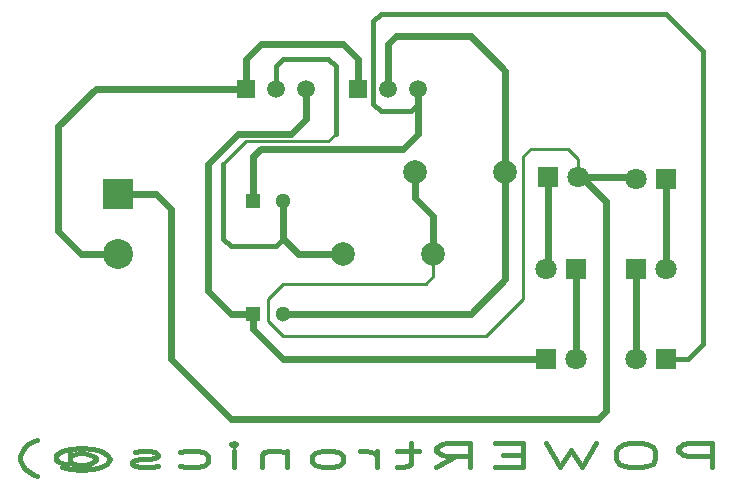
<source format=gbr>
G04 #@! TF.FileFunction,Copper,L2,Bot,Signal*
%FSLAX46Y46*%
G04 Gerber Fmt 4.6, Leading zero omitted, Abs format (unit mm)*
G04 Created by KiCad (PCBNEW 4.0.5) date 04/05/20 14:46:34*
%MOMM*%
%LPD*%
G01*
G04 APERTURE LIST*
%ADD10C,0.100000*%
%ADD11C,0.400000*%
%ADD12C,1.300000*%
%ADD13R,1.300000X1.300000*%
%ADD14R,1.800000X1.800000*%
%ADD15C,1.800000*%
%ADD16R,2.540000X2.540000*%
%ADD17C,2.540000*%
%ADD18C,1.520000*%
%ADD19R,1.520000X1.520000*%
%ADD20C,1.998980*%
%ADD21C,0.600000*%
%ADD22C,0.250000*%
G04 APERTURE END LIST*
D10*
D11*
X186765714Y-130444762D02*
X186765714Y-128444762D01*
X184860952Y-128444762D01*
X184384761Y-128540000D01*
X184146666Y-128635238D01*
X183908571Y-128825714D01*
X183908571Y-129111429D01*
X184146666Y-129301905D01*
X184384761Y-129397143D01*
X184860952Y-129492381D01*
X186765714Y-129492381D01*
X180813333Y-128444762D02*
X179860952Y-128444762D01*
X179384761Y-128540000D01*
X178908571Y-128730476D01*
X178670476Y-129111429D01*
X178670476Y-129778095D01*
X178908571Y-130159048D01*
X179384761Y-130349524D01*
X179860952Y-130444762D01*
X180813333Y-130444762D01*
X181289523Y-130349524D01*
X181765714Y-130159048D01*
X182003809Y-129778095D01*
X182003809Y-129111429D01*
X181765714Y-128730476D01*
X181289523Y-128540000D01*
X180813333Y-128444762D01*
X177003809Y-128444762D02*
X175813333Y-130444762D01*
X174860952Y-129016190D01*
X173908571Y-130444762D01*
X172718095Y-128444762D01*
X170813333Y-129397143D02*
X169146666Y-129397143D01*
X168432380Y-130444762D02*
X170813333Y-130444762D01*
X170813333Y-128444762D01*
X168432380Y-128444762D01*
X163432380Y-130444762D02*
X165099047Y-129492381D01*
X166289523Y-130444762D02*
X166289523Y-128444762D01*
X164384761Y-128444762D01*
X163908570Y-128540000D01*
X163670475Y-128635238D01*
X163432380Y-128825714D01*
X163432380Y-129111429D01*
X163670475Y-129301905D01*
X163908570Y-129397143D01*
X164384761Y-129492381D01*
X166289523Y-129492381D01*
X162003809Y-129111429D02*
X160099047Y-129111429D01*
X161289523Y-128444762D02*
X161289523Y-130159048D01*
X161051428Y-130349524D01*
X160575237Y-130444762D01*
X160099047Y-130444762D01*
X158432380Y-130444762D02*
X158432380Y-129111429D01*
X158432380Y-129492381D02*
X158194285Y-129301905D01*
X157956189Y-129206667D01*
X157479999Y-129111429D01*
X157003808Y-129111429D01*
X154622856Y-130444762D02*
X155099047Y-130349524D01*
X155337142Y-130254286D01*
X155575237Y-130063810D01*
X155575237Y-129492381D01*
X155337142Y-129301905D01*
X155099047Y-129206667D01*
X154622856Y-129111429D01*
X153908570Y-129111429D01*
X153432380Y-129206667D01*
X153194285Y-129301905D01*
X152956189Y-129492381D01*
X152956189Y-130063810D01*
X153194285Y-130254286D01*
X153432380Y-130349524D01*
X153908570Y-130444762D01*
X154622856Y-130444762D01*
X150813332Y-129111429D02*
X150813332Y-130444762D01*
X150813332Y-129301905D02*
X150575237Y-129206667D01*
X150099046Y-129111429D01*
X149384760Y-129111429D01*
X148908570Y-129206667D01*
X148670475Y-129397143D01*
X148670475Y-130444762D01*
X146289522Y-130444762D02*
X146289522Y-129111429D01*
X146289522Y-128444762D02*
X146527617Y-128540000D01*
X146289522Y-128635238D01*
X146051427Y-128540000D01*
X146289522Y-128444762D01*
X146289522Y-128635238D01*
X141765713Y-130349524D02*
X142241903Y-130444762D01*
X143194284Y-130444762D01*
X143670475Y-130349524D01*
X143908570Y-130254286D01*
X144146665Y-130063810D01*
X144146665Y-129492381D01*
X143908570Y-129301905D01*
X143670475Y-129206667D01*
X143194284Y-129111429D01*
X142241903Y-129111429D01*
X141765713Y-129206667D01*
X139860951Y-130349524D02*
X139384761Y-130444762D01*
X138432380Y-130444762D01*
X137956189Y-130349524D01*
X137718094Y-130159048D01*
X137718094Y-130063810D01*
X137956189Y-129873333D01*
X138432380Y-129778095D01*
X139146665Y-129778095D01*
X139622856Y-129682857D01*
X139860951Y-129492381D01*
X139860951Y-129397143D01*
X139622856Y-129206667D01*
X139146665Y-129111429D01*
X138432380Y-129111429D01*
X137956189Y-129206667D01*
X132479999Y-129492381D02*
X132718094Y-129397143D01*
X133194284Y-129301905D01*
X133670475Y-129301905D01*
X134146665Y-129397143D01*
X134384761Y-129492381D01*
X134622856Y-129682857D01*
X134622856Y-129873333D01*
X134384761Y-130063810D01*
X134146665Y-130159048D01*
X133670475Y-130254286D01*
X133194284Y-130254286D01*
X132718094Y-130159048D01*
X132479999Y-130063810D01*
X132479999Y-129301905D02*
X132479999Y-130063810D01*
X132241903Y-130159048D01*
X132003808Y-130159048D01*
X131527618Y-130063810D01*
X131289523Y-129873333D01*
X131289523Y-129397143D01*
X131765713Y-129111429D01*
X132479999Y-128920952D01*
X133432380Y-128825714D01*
X134384761Y-128920952D01*
X135099046Y-129111429D01*
X135575237Y-129397143D01*
X135813332Y-129778095D01*
X135575237Y-130159048D01*
X135099046Y-130444762D01*
X134384761Y-130635238D01*
X133432380Y-130730476D01*
X132479999Y-130635238D01*
X131765713Y-130444762D01*
X129622856Y-131206667D02*
X129384761Y-131111429D01*
X128908571Y-130825714D01*
X128670475Y-130635238D01*
X128432380Y-130349524D01*
X128194285Y-129873333D01*
X128194285Y-129492381D01*
X128432380Y-129016190D01*
X128670475Y-128730476D01*
X128908571Y-128540000D01*
X129384761Y-128254286D01*
X129622856Y-128159048D01*
D12*
X150455000Y-117475000D03*
D13*
X147955000Y-117475000D03*
D12*
X150455000Y-107950000D03*
D13*
X147955000Y-107950000D03*
D14*
X172925001Y-105900000D03*
D15*
X175465001Y-105900000D03*
D14*
X175260000Y-113665000D03*
D15*
X172720000Y-113665000D03*
D14*
X172720000Y-121285000D03*
D15*
X175260000Y-121285000D03*
D14*
X182880000Y-106045000D03*
D15*
X180340000Y-106045000D03*
D14*
X180340000Y-113665000D03*
D15*
X182880000Y-113665000D03*
D14*
X182880000Y-121285000D03*
D15*
X180340000Y-121285000D03*
D16*
X136525000Y-107315000D03*
D17*
X136525000Y-112395000D03*
D18*
X149860000Y-98425000D03*
X152400000Y-98425000D03*
D19*
X147320000Y-98425000D03*
D18*
X159385000Y-98425000D03*
X161925000Y-98425000D03*
D19*
X156845000Y-98425000D03*
D20*
X161675001Y-105440120D03*
X169295001Y-105440120D03*
X163195000Y-112395000D03*
X155575000Y-112395000D03*
D21*
X169295001Y-105440120D02*
X169295001Y-96905001D01*
X159385000Y-94615000D02*
X159385000Y-98425000D01*
X160020000Y-93980000D02*
X159385000Y-94615000D01*
X166370000Y-93980000D02*
X160020000Y-93980000D01*
X169295001Y-96905001D02*
X166370000Y-93980000D01*
X150455000Y-117475000D02*
X166370000Y-117475000D01*
X169295001Y-114549999D02*
X169295001Y-105440120D01*
X166370000Y-117475000D02*
X169295001Y-114549999D01*
X147955000Y-117475000D02*
X147955000Y-118745000D01*
X150495000Y-121285000D02*
X172720000Y-121285000D01*
X147955000Y-118745000D02*
X150495000Y-121285000D01*
X147955000Y-117475000D02*
X146050000Y-117475000D01*
X152400000Y-100965000D02*
X152400000Y-98425000D01*
X151130000Y-102235000D02*
X152400000Y-100965000D01*
X146685000Y-102235000D02*
X151130000Y-102235000D01*
X144145000Y-104775000D02*
X146685000Y-102235000D01*
X144145000Y-115570000D02*
X144145000Y-104775000D01*
X146050000Y-117475000D02*
X144145000Y-115570000D01*
D11*
X150455000Y-107950000D02*
X150455000Y-111165000D01*
X150455000Y-111165000D02*
X149860000Y-111760000D01*
X149860000Y-111760000D02*
X146050000Y-111760000D01*
X146050000Y-111760000D02*
X145415000Y-111125000D01*
X145415000Y-111125000D02*
X145415000Y-104775000D01*
D22*
X145415000Y-104775000D02*
X147310002Y-102879998D01*
X147310002Y-102879998D02*
X154305000Y-102879998D01*
X154305000Y-102879998D02*
X154940000Y-102244998D01*
D11*
X154940000Y-102244998D02*
X154940000Y-96520000D01*
X154940000Y-96520000D02*
X154305000Y-95885000D01*
X154305000Y-95885000D02*
X150495000Y-95885000D01*
X150495000Y-95885000D02*
X149860000Y-96520000D01*
X149860000Y-96520000D02*
X149860000Y-98425000D01*
D21*
X155575000Y-112395000D02*
X151765000Y-112395000D01*
X150455000Y-111085000D02*
X150455000Y-107950000D01*
X151765000Y-112395000D02*
X150455000Y-111085000D01*
D11*
X161925000Y-98425000D02*
X161925000Y-99695000D01*
X184785000Y-121285000D02*
X182880000Y-121285000D01*
X186055000Y-120015000D02*
X184785000Y-121285000D01*
X186055000Y-95250000D02*
X186055000Y-120015000D01*
X182880000Y-92075000D02*
X186055000Y-95250000D01*
X158750000Y-92075000D02*
X182880000Y-92075000D01*
X158115000Y-92710000D02*
X158750000Y-92075000D01*
X158115000Y-99695000D02*
X158115000Y-92710000D01*
X158750000Y-100330000D02*
X158115000Y-99695000D01*
X161290000Y-100330000D02*
X158750000Y-100330000D01*
X161925000Y-99695000D02*
X161290000Y-100330000D01*
D21*
X147955000Y-107950000D02*
X147955000Y-104140000D01*
X161925000Y-102235000D02*
X161925000Y-99060000D01*
X160655000Y-103505000D02*
X161925000Y-102235000D01*
X148590000Y-103505000D02*
X160655000Y-103505000D01*
X147955000Y-104140000D02*
X148590000Y-103505000D01*
X161925000Y-99060000D02*
X161925000Y-98425000D01*
X172925001Y-105900000D02*
X172925001Y-113459999D01*
X172925001Y-113459999D02*
X172720000Y-113665000D01*
D22*
X175465001Y-105900000D02*
X175465001Y-104345001D01*
X163195000Y-114300000D02*
X163195000Y-112395000D01*
X162560000Y-114935000D02*
X163195000Y-114300000D01*
X150495000Y-114935000D02*
X162560000Y-114935000D01*
X149225000Y-116205000D02*
X150495000Y-114935000D01*
X149225000Y-118110000D02*
X149225000Y-116205000D01*
X150495000Y-119380000D02*
X149225000Y-118110000D01*
X167640000Y-119380000D02*
X150495000Y-119380000D01*
X170815000Y-116205000D02*
X167640000Y-119380000D01*
X170815000Y-104140000D02*
X170815000Y-116205000D01*
X171450000Y-103505000D02*
X170815000Y-104140000D01*
X174625000Y-103505000D02*
X171450000Y-103505000D01*
X175465001Y-104345001D02*
X174625000Y-103505000D01*
X175465001Y-105900000D02*
X175750000Y-105900000D01*
D21*
X175750000Y-105900000D02*
X177800000Y-107950000D01*
X139700000Y-107315000D02*
X136525000Y-107315000D01*
X140970000Y-108585000D02*
X139700000Y-107315000D01*
X140970000Y-121285000D02*
X140970000Y-108585000D01*
X146050000Y-126365000D02*
X140970000Y-121285000D01*
X177165000Y-126365000D02*
X146050000Y-126365000D01*
X177800000Y-125730000D02*
X177165000Y-126365000D01*
X177800000Y-107950000D02*
X177800000Y-125730000D01*
X175465001Y-105900000D02*
X180195000Y-105900000D01*
X180195000Y-105900000D02*
X180340000Y-106045000D01*
X161675001Y-105440120D02*
X161675001Y-107700001D01*
X163195000Y-109220000D02*
X163195000Y-112395000D01*
X161675001Y-107700001D02*
X163195000Y-109220000D01*
X175260000Y-121285000D02*
X175260000Y-113665000D01*
X182880000Y-106045000D02*
X182880000Y-113665000D01*
X180340000Y-121285000D02*
X180340000Y-113665000D01*
X147320000Y-98425000D02*
X134620000Y-98425000D01*
X133350000Y-112395000D02*
X136525000Y-112395000D01*
X131445000Y-110490000D02*
X133350000Y-112395000D01*
X131445000Y-101600000D02*
X131445000Y-110490000D01*
X134620000Y-98425000D02*
X131445000Y-101600000D01*
X147320000Y-98425000D02*
X147320000Y-95885000D01*
X156845000Y-95885000D02*
X156845000Y-98425000D01*
X155575000Y-94615000D02*
X156845000Y-95885000D01*
X148590000Y-94615000D02*
X155575000Y-94615000D01*
X147320000Y-95885000D02*
X148590000Y-94615000D01*
M02*

</source>
